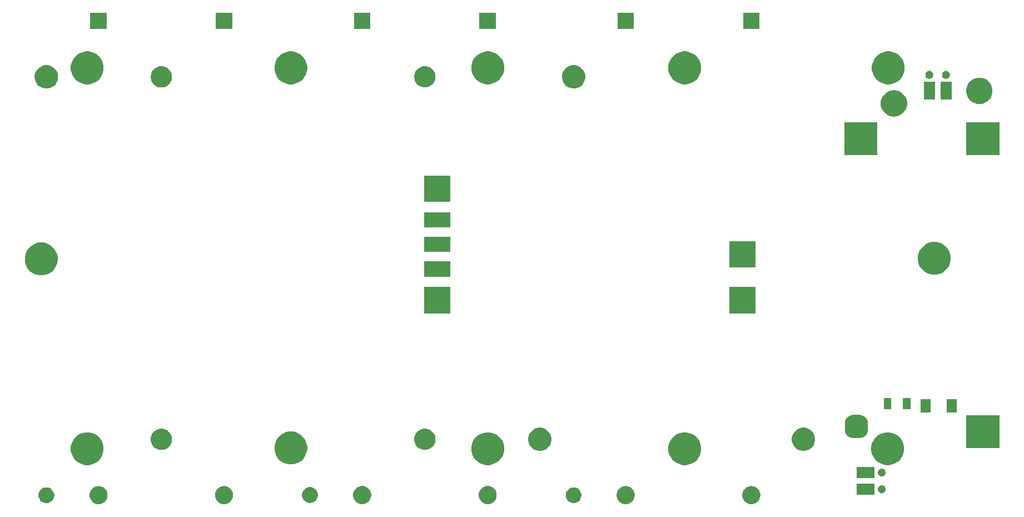
<source format=gbs>
G04 #@! TF.GenerationSoftware,KiCad,Pcbnew,(5.0.2)-1*
G04 #@! TF.CreationDate,2019-04-29T22:25:13-04:00*
G04 #@! TF.ProjectId,2p3s-pwr-pack,32703373-2d70-4777-922d-7061636b2e6b,V1*
G04 #@! TF.SameCoordinates,Original*
G04 #@! TF.FileFunction,Soldermask,Bot*
G04 #@! TF.FilePolarity,Negative*
%FSLAX46Y46*%
G04 Gerber Fmt 4.6, Leading zero omitted, Abs format (unit mm)*
G04 Created by KiCad (PCBNEW (5.0.2)-1) date 4/29/2019 10:25:13 PM*
%MOMM*%
%LPD*%
G01*
G04 APERTURE LIST*
%ADD10C,0.150000*%
G04 APERTURE END LIST*
D10*
G36*
X168063976Y-138327615D02*
X168241076Y-138362842D01*
X168491306Y-138466490D01*
X168716514Y-138616970D01*
X168908032Y-138808488D01*
X169058512Y-139033696D01*
X169162160Y-139283926D01*
X169179281Y-139370000D01*
X169211182Y-139530374D01*
X169215001Y-139549576D01*
X169215001Y-139820426D01*
X169162160Y-140086076D01*
X169058512Y-140336306D01*
X168908032Y-140561514D01*
X168716514Y-140753032D01*
X168491306Y-140903512D01*
X168241076Y-141007160D01*
X168071956Y-141040800D01*
X167975427Y-141060001D01*
X167704575Y-141060001D01*
X167608046Y-141040800D01*
X167438926Y-141007160D01*
X167188696Y-140903512D01*
X166963488Y-140753032D01*
X166771970Y-140561514D01*
X166621490Y-140336306D01*
X166517842Y-140086076D01*
X166465001Y-139820426D01*
X166465001Y-139549576D01*
X166468821Y-139530374D01*
X166500721Y-139370000D01*
X166517842Y-139283926D01*
X166621490Y-139033696D01*
X166771970Y-138808488D01*
X166963488Y-138616970D01*
X167188696Y-138466490D01*
X167438926Y-138362842D01*
X167616026Y-138327615D01*
X167704575Y-138310001D01*
X167975427Y-138310001D01*
X168063976Y-138327615D01*
X168063976Y-138327615D01*
G37*
G36*
X148933976Y-138327615D02*
X149111076Y-138362842D01*
X149361306Y-138466490D01*
X149586514Y-138616970D01*
X149778032Y-138808488D01*
X149928512Y-139033696D01*
X150032160Y-139283926D01*
X150049281Y-139370000D01*
X150081182Y-139530374D01*
X150085001Y-139549576D01*
X150085001Y-139820426D01*
X150032160Y-140086076D01*
X149928512Y-140336306D01*
X149778032Y-140561514D01*
X149586514Y-140753032D01*
X149361306Y-140903512D01*
X149111076Y-141007160D01*
X148941956Y-141040800D01*
X148845427Y-141060001D01*
X148574575Y-141060001D01*
X148478046Y-141040800D01*
X148308926Y-141007160D01*
X148058696Y-140903512D01*
X147833488Y-140753032D01*
X147641970Y-140561514D01*
X147491490Y-140336306D01*
X147387842Y-140086076D01*
X147335001Y-139820426D01*
X147335001Y-139549576D01*
X147338821Y-139530374D01*
X147370721Y-139370000D01*
X147387842Y-139283926D01*
X147491490Y-139033696D01*
X147641970Y-138808488D01*
X147833488Y-138616970D01*
X148058696Y-138466490D01*
X148308926Y-138362842D01*
X148486026Y-138327615D01*
X148574575Y-138310001D01*
X148845427Y-138310001D01*
X148933976Y-138327615D01*
X148933976Y-138327615D01*
G37*
G36*
X87763976Y-138327615D02*
X87941076Y-138362842D01*
X88191306Y-138466490D01*
X88416514Y-138616970D01*
X88608032Y-138808488D01*
X88758512Y-139033696D01*
X88862160Y-139283926D01*
X88879281Y-139370000D01*
X88911182Y-139530374D01*
X88915001Y-139549576D01*
X88915001Y-139820426D01*
X88862160Y-140086076D01*
X88758512Y-140336306D01*
X88608032Y-140561514D01*
X88416514Y-140753032D01*
X88191306Y-140903512D01*
X87941076Y-141007160D01*
X87771956Y-141040800D01*
X87675427Y-141060001D01*
X87404575Y-141060001D01*
X87308046Y-141040800D01*
X87138926Y-141007160D01*
X86888696Y-140903512D01*
X86663488Y-140753032D01*
X86471970Y-140561514D01*
X86321490Y-140336306D01*
X86217842Y-140086076D01*
X86165001Y-139820426D01*
X86165001Y-139549576D01*
X86168821Y-139530374D01*
X86200721Y-139370000D01*
X86217842Y-139283926D01*
X86321490Y-139033696D01*
X86471970Y-138808488D01*
X86663488Y-138616970D01*
X86888696Y-138466490D01*
X87138926Y-138362842D01*
X87316026Y-138327615D01*
X87404575Y-138310001D01*
X87675427Y-138310001D01*
X87763976Y-138327615D01*
X87763976Y-138327615D01*
G37*
G36*
X68633976Y-138327615D02*
X68811076Y-138362842D01*
X69061306Y-138466490D01*
X69286514Y-138616970D01*
X69478032Y-138808488D01*
X69628512Y-139033696D01*
X69732160Y-139283926D01*
X69749281Y-139370000D01*
X69781182Y-139530374D01*
X69785001Y-139549576D01*
X69785001Y-139820426D01*
X69732160Y-140086076D01*
X69628512Y-140336306D01*
X69478032Y-140561514D01*
X69286514Y-140753032D01*
X69061306Y-140903512D01*
X68811076Y-141007160D01*
X68641956Y-141040800D01*
X68545427Y-141060001D01*
X68274575Y-141060001D01*
X68178046Y-141040800D01*
X68008926Y-141007160D01*
X67758696Y-140903512D01*
X67533488Y-140753032D01*
X67341970Y-140561514D01*
X67191490Y-140336306D01*
X67087842Y-140086076D01*
X67035001Y-139820426D01*
X67035001Y-139549576D01*
X67038821Y-139530374D01*
X67070721Y-139370000D01*
X67087842Y-139283926D01*
X67191490Y-139033696D01*
X67341970Y-138808488D01*
X67533488Y-138616970D01*
X67758696Y-138466490D01*
X68008926Y-138362842D01*
X68186026Y-138327615D01*
X68274575Y-138310001D01*
X68545427Y-138310001D01*
X68633976Y-138327615D01*
X68633976Y-138327615D01*
G37*
G36*
X127883135Y-138303950D02*
X128082675Y-138343641D01*
X128332905Y-138447289D01*
X128558113Y-138597769D01*
X128749631Y-138789287D01*
X128900111Y-139014495D01*
X129003759Y-139264725D01*
X129013913Y-139315773D01*
X129056600Y-139530374D01*
X129056600Y-139801226D01*
X129038986Y-139889775D01*
X129003759Y-140066875D01*
X128900111Y-140317105D01*
X128749631Y-140542313D01*
X128558113Y-140733831D01*
X128332905Y-140884311D01*
X128082675Y-140987959D01*
X127905575Y-141023186D01*
X127817026Y-141040800D01*
X127546174Y-141040800D01*
X127457625Y-141023186D01*
X127280525Y-140987959D01*
X127030295Y-140884311D01*
X126805087Y-140733831D01*
X126613569Y-140542313D01*
X126463089Y-140317105D01*
X126359441Y-140066875D01*
X126324214Y-139889775D01*
X126306600Y-139801226D01*
X126306600Y-139530374D01*
X126349287Y-139315773D01*
X126359441Y-139264725D01*
X126463089Y-139014495D01*
X126613569Y-138789287D01*
X126805087Y-138597769D01*
X127030295Y-138447289D01*
X127280525Y-138343641D01*
X127480065Y-138303950D01*
X127546174Y-138290800D01*
X127817026Y-138290800D01*
X127883135Y-138303950D01*
X127883135Y-138303950D01*
G37*
G36*
X108753135Y-138303950D02*
X108952675Y-138343641D01*
X109202905Y-138447289D01*
X109428113Y-138597769D01*
X109619631Y-138789287D01*
X109770111Y-139014495D01*
X109873759Y-139264725D01*
X109883913Y-139315773D01*
X109926600Y-139530374D01*
X109926600Y-139801226D01*
X109908986Y-139889775D01*
X109873759Y-140066875D01*
X109770111Y-140317105D01*
X109619631Y-140542313D01*
X109428113Y-140733831D01*
X109202905Y-140884311D01*
X108952675Y-140987959D01*
X108775575Y-141023186D01*
X108687026Y-141040800D01*
X108416174Y-141040800D01*
X108327625Y-141023186D01*
X108150525Y-140987959D01*
X107900295Y-140884311D01*
X107675087Y-140733831D01*
X107483569Y-140542313D01*
X107333089Y-140317105D01*
X107229441Y-140066875D01*
X107194214Y-139889775D01*
X107176600Y-139801226D01*
X107176600Y-139530374D01*
X107219287Y-139315773D01*
X107229441Y-139264725D01*
X107333089Y-139014495D01*
X107483569Y-138789287D01*
X107675087Y-138597769D01*
X107900295Y-138447289D01*
X108150525Y-138343641D01*
X108350065Y-138303950D01*
X108416174Y-138290800D01*
X108687026Y-138290800D01*
X108753135Y-138303950D01*
X108753135Y-138303950D01*
G37*
G36*
X60670470Y-138500373D02*
X60825030Y-138531117D01*
X61043412Y-138621573D01*
X61174442Y-138709125D01*
X61211220Y-138733699D01*
X61239957Y-138752901D01*
X61407101Y-138920045D01*
X61538429Y-139116590D01*
X61628885Y-139334972D01*
X61659629Y-139489532D01*
X61671182Y-139547610D01*
X61675001Y-139566812D01*
X61675001Y-139803190D01*
X61628885Y-140035030D01*
X61538429Y-140253412D01*
X61483039Y-140336308D01*
X61419932Y-140430755D01*
X61407101Y-140449957D01*
X61239957Y-140617101D01*
X61043412Y-140748429D01*
X60825030Y-140838885D01*
X60670470Y-140869629D01*
X60593191Y-140885001D01*
X60356811Y-140885001D01*
X60279532Y-140869629D01*
X60124972Y-140838885D01*
X59906590Y-140748429D01*
X59710045Y-140617101D01*
X59542901Y-140449957D01*
X59530071Y-140430755D01*
X59466963Y-140336308D01*
X59411573Y-140253412D01*
X59321117Y-140035030D01*
X59275001Y-139803190D01*
X59275001Y-139566812D01*
X59278821Y-139547610D01*
X59290373Y-139489532D01*
X59321117Y-139334972D01*
X59411573Y-139116590D01*
X59542901Y-138920045D01*
X59710045Y-138752901D01*
X59738783Y-138733699D01*
X59775560Y-138709125D01*
X59906590Y-138621573D01*
X60124972Y-138531117D01*
X60279532Y-138500373D01*
X60356811Y-138485001D01*
X60593191Y-138485001D01*
X60670470Y-138500373D01*
X60670470Y-138500373D01*
G37*
G36*
X140970470Y-138500373D02*
X141125030Y-138531117D01*
X141343412Y-138621573D01*
X141474442Y-138709125D01*
X141511220Y-138733699D01*
X141539957Y-138752901D01*
X141707101Y-138920045D01*
X141838429Y-139116590D01*
X141928885Y-139334972D01*
X141959629Y-139489532D01*
X141971182Y-139547610D01*
X141975001Y-139566812D01*
X141975001Y-139803190D01*
X141928885Y-140035030D01*
X141838429Y-140253412D01*
X141783039Y-140336308D01*
X141719932Y-140430755D01*
X141707101Y-140449957D01*
X141539957Y-140617101D01*
X141343412Y-140748429D01*
X141125030Y-140838885D01*
X140970470Y-140869629D01*
X140893191Y-140885001D01*
X140656811Y-140885001D01*
X140579532Y-140869629D01*
X140424972Y-140838885D01*
X140206590Y-140748429D01*
X140010045Y-140617101D01*
X139842901Y-140449957D01*
X139830071Y-140430755D01*
X139766963Y-140336308D01*
X139711573Y-140253412D01*
X139621117Y-140035030D01*
X139575001Y-139803190D01*
X139575001Y-139566812D01*
X139578821Y-139547610D01*
X139590373Y-139489532D01*
X139621117Y-139334972D01*
X139711573Y-139116590D01*
X139842901Y-138920045D01*
X140010045Y-138752901D01*
X140038783Y-138733699D01*
X140075560Y-138709125D01*
X140206590Y-138621573D01*
X140424972Y-138531117D01*
X140579532Y-138500373D01*
X140656811Y-138485001D01*
X140893191Y-138485001D01*
X140970470Y-138500373D01*
X140970470Y-138500373D01*
G37*
G36*
X100812069Y-138481172D02*
X100966629Y-138511916D01*
X101185011Y-138602372D01*
X101316041Y-138689924D01*
X101381555Y-138733699D01*
X101548701Y-138900845D01*
X101578214Y-138945014D01*
X101680028Y-139097389D01*
X101770484Y-139315771D01*
X101776684Y-139346942D01*
X101816600Y-139547610D01*
X101816600Y-139783990D01*
X101809352Y-139820426D01*
X101770484Y-140015829D01*
X101680028Y-140234211D01*
X101592476Y-140365241D01*
X101548701Y-140430755D01*
X101381555Y-140597901D01*
X101316041Y-140641676D01*
X101185011Y-140729228D01*
X100966629Y-140819684D01*
X100870099Y-140838885D01*
X100734790Y-140865800D01*
X100498410Y-140865800D01*
X100363101Y-140838885D01*
X100266571Y-140819684D01*
X100048189Y-140729228D01*
X99917159Y-140641676D01*
X99851645Y-140597901D01*
X99684499Y-140430755D01*
X99640724Y-140365241D01*
X99553172Y-140234211D01*
X99462716Y-140015829D01*
X99423848Y-139820426D01*
X99416600Y-139783990D01*
X99416600Y-139547610D01*
X99456516Y-139346942D01*
X99462716Y-139315771D01*
X99553172Y-139097389D01*
X99654986Y-138945014D01*
X99684499Y-138900845D01*
X99851645Y-138733699D01*
X99917159Y-138689924D01*
X100048189Y-138602372D01*
X100266571Y-138511916D01*
X100421131Y-138481172D01*
X100498410Y-138465800D01*
X100734790Y-138465800D01*
X100812069Y-138481172D01*
X100812069Y-138481172D01*
G37*
G36*
X186600000Y-139620000D02*
X183900000Y-139620000D01*
X183900000Y-137920000D01*
X186600000Y-137920000D01*
X186600000Y-139620000D01*
X186600000Y-139620000D01*
G37*
G36*
X187875015Y-138193058D02*
X187984204Y-138238285D01*
X187984207Y-138238287D01*
X188082478Y-138303950D01*
X188166050Y-138387522D01*
X188218354Y-138465800D01*
X188231715Y-138485796D01*
X188276942Y-138594985D01*
X188300000Y-138710906D01*
X188300000Y-138829094D01*
X188276942Y-138945015D01*
X188231715Y-139054204D01*
X188231713Y-139054207D01*
X188202860Y-139097389D01*
X188166049Y-139152479D01*
X188082479Y-139236049D01*
X187984204Y-139301715D01*
X187875015Y-139346942D01*
X187759095Y-139370000D01*
X187640905Y-139370000D01*
X187524985Y-139346942D01*
X187415796Y-139301715D01*
X187317521Y-139236049D01*
X187233951Y-139152479D01*
X187197141Y-139097389D01*
X187168287Y-139054207D01*
X187168285Y-139054204D01*
X187123058Y-138945015D01*
X187100000Y-138829094D01*
X187100000Y-138710906D01*
X187123058Y-138594985D01*
X187168285Y-138485796D01*
X187181646Y-138465800D01*
X187233950Y-138387522D01*
X187317522Y-138303950D01*
X187415793Y-138238287D01*
X187415796Y-138238285D01*
X187524985Y-138193058D01*
X187640905Y-138170000D01*
X187759095Y-138170000D01*
X187875015Y-138193058D01*
X187875015Y-138193058D01*
G37*
G36*
X186600000Y-137080000D02*
X183900000Y-137080000D01*
X183900000Y-135380000D01*
X186600000Y-135380000D01*
X186600000Y-137080000D01*
X186600000Y-137080000D01*
G37*
G36*
X187875015Y-135653058D02*
X187984204Y-135698285D01*
X188082479Y-135763951D01*
X188166049Y-135847521D01*
X188231715Y-135945796D01*
X188276942Y-136054985D01*
X188300000Y-136170906D01*
X188300000Y-136289094D01*
X188276942Y-136405015D01*
X188231715Y-136514204D01*
X188166049Y-136612479D01*
X188082479Y-136696049D01*
X187984204Y-136761715D01*
X187875015Y-136806942D01*
X187817054Y-136818471D01*
X187759095Y-136830000D01*
X187640905Y-136830000D01*
X187582946Y-136818471D01*
X187524985Y-136806942D01*
X187415796Y-136761715D01*
X187317521Y-136696049D01*
X187233951Y-136612479D01*
X187168285Y-136514204D01*
X187123058Y-136405015D01*
X187100000Y-136289094D01*
X187100000Y-136170906D01*
X187123058Y-136054985D01*
X187168285Y-135945796D01*
X187233951Y-135847521D01*
X187317521Y-135763951D01*
X187415796Y-135698285D01*
X187524985Y-135653058D01*
X187640905Y-135630000D01*
X187759095Y-135630000D01*
X187875015Y-135653058D01*
X187875015Y-135653058D01*
G37*
G36*
X128429225Y-130196074D02*
X128884192Y-130384528D01*
X128884194Y-130384529D01*
X129021298Y-130476139D01*
X129293658Y-130658124D01*
X129641876Y-131006342D01*
X129915472Y-131415808D01*
X130103926Y-131870775D01*
X130200000Y-132353772D01*
X130200000Y-132846228D01*
X130103926Y-133329225D01*
X129915472Y-133784192D01*
X129641876Y-134193658D01*
X129293658Y-134541876D01*
X129033854Y-134715471D01*
X128884194Y-134815471D01*
X128884193Y-134815472D01*
X128884192Y-134815472D01*
X128429225Y-135003926D01*
X127946228Y-135100000D01*
X127453772Y-135100000D01*
X126970775Y-135003926D01*
X126515808Y-134815472D01*
X126515807Y-134815472D01*
X126515806Y-134815471D01*
X126366146Y-134715471D01*
X126106342Y-134541876D01*
X125758124Y-134193658D01*
X125484528Y-133784192D01*
X125296074Y-133329225D01*
X125200000Y-132846228D01*
X125200000Y-132353772D01*
X125296074Y-131870775D01*
X125484528Y-131415808D01*
X125758124Y-131006342D01*
X126106342Y-130658124D01*
X126378702Y-130476139D01*
X126515806Y-130384529D01*
X126515808Y-130384528D01*
X126970775Y-130196074D01*
X127453772Y-130100000D01*
X127946228Y-130100000D01*
X128429225Y-130196074D01*
X128429225Y-130196074D01*
G37*
G36*
X67429225Y-130196074D02*
X67884192Y-130384528D01*
X67884194Y-130384529D01*
X68021298Y-130476139D01*
X68293658Y-130658124D01*
X68641876Y-131006342D01*
X68915472Y-131415808D01*
X69103926Y-131870775D01*
X69200000Y-132353772D01*
X69200000Y-132846228D01*
X69103926Y-133329225D01*
X68915472Y-133784192D01*
X68641876Y-134193658D01*
X68293658Y-134541876D01*
X68033854Y-134715471D01*
X67884194Y-134815471D01*
X67884193Y-134815472D01*
X67884192Y-134815472D01*
X67429225Y-135003926D01*
X66946228Y-135100000D01*
X66453772Y-135100000D01*
X65970775Y-135003926D01*
X65515808Y-134815472D01*
X65515807Y-134815472D01*
X65515806Y-134815471D01*
X65366146Y-134715471D01*
X65106342Y-134541876D01*
X64758124Y-134193658D01*
X64484528Y-133784192D01*
X64296074Y-133329225D01*
X64200000Y-132846228D01*
X64200000Y-132353772D01*
X64296074Y-131870775D01*
X64484528Y-131415808D01*
X64758124Y-131006342D01*
X65106342Y-130658124D01*
X65378702Y-130476139D01*
X65515806Y-130384529D01*
X65515808Y-130384528D01*
X65970775Y-130196074D01*
X66453772Y-130100000D01*
X66946228Y-130100000D01*
X67429225Y-130196074D01*
X67429225Y-130196074D01*
G37*
G36*
X158429225Y-130196074D02*
X158884192Y-130384528D01*
X158884194Y-130384529D01*
X159021298Y-130476139D01*
X159293658Y-130658124D01*
X159641876Y-131006342D01*
X159915472Y-131415808D01*
X160103926Y-131870775D01*
X160200000Y-132353772D01*
X160200000Y-132846228D01*
X160103926Y-133329225D01*
X159915472Y-133784192D01*
X159641876Y-134193658D01*
X159293658Y-134541876D01*
X159033854Y-134715471D01*
X158884194Y-134815471D01*
X158884193Y-134815472D01*
X158884192Y-134815472D01*
X158429225Y-135003926D01*
X157946228Y-135100000D01*
X157453772Y-135100000D01*
X156970775Y-135003926D01*
X156515808Y-134815472D01*
X156515807Y-134815472D01*
X156515806Y-134815471D01*
X156366146Y-134715471D01*
X156106342Y-134541876D01*
X155758124Y-134193658D01*
X155484528Y-133784192D01*
X155296074Y-133329225D01*
X155200000Y-132846228D01*
X155200000Y-132353772D01*
X155296074Y-131870775D01*
X155484528Y-131415808D01*
X155758124Y-131006342D01*
X156106342Y-130658124D01*
X156378702Y-130476139D01*
X156515806Y-130384529D01*
X156515808Y-130384528D01*
X156970775Y-130196074D01*
X157453772Y-130100000D01*
X157946228Y-130100000D01*
X158429225Y-130196074D01*
X158429225Y-130196074D01*
G37*
G36*
X189329225Y-130196074D02*
X189784192Y-130384528D01*
X189784194Y-130384529D01*
X189921298Y-130476139D01*
X190193658Y-130658124D01*
X190541876Y-131006342D01*
X190815472Y-131415808D01*
X191003926Y-131870775D01*
X191100000Y-132353772D01*
X191100000Y-132846228D01*
X191003926Y-133329225D01*
X190815472Y-133784192D01*
X190541876Y-134193658D01*
X190193658Y-134541876D01*
X189933854Y-134715471D01*
X189784194Y-134815471D01*
X189784193Y-134815472D01*
X189784192Y-134815472D01*
X189329225Y-135003926D01*
X188846228Y-135100000D01*
X188353772Y-135100000D01*
X187870775Y-135003926D01*
X187415808Y-134815472D01*
X187415807Y-134815472D01*
X187415806Y-134815471D01*
X187266146Y-134715471D01*
X187006342Y-134541876D01*
X186658124Y-134193658D01*
X186384528Y-133784192D01*
X186196074Y-133329225D01*
X186100000Y-132846228D01*
X186100000Y-132353772D01*
X186196074Y-131870775D01*
X186384528Y-131415808D01*
X186658124Y-131006342D01*
X187006342Y-130658124D01*
X187278702Y-130476139D01*
X187415806Y-130384529D01*
X187415808Y-130384528D01*
X187870775Y-130196074D01*
X188353772Y-130100000D01*
X188846228Y-130100000D01*
X189329225Y-130196074D01*
X189329225Y-130196074D01*
G37*
G36*
X98429225Y-130096074D02*
X98884192Y-130284528D01*
X98884194Y-130284529D01*
X99021298Y-130376139D01*
X99293658Y-130558124D01*
X99641876Y-130906342D01*
X99823861Y-131178702D01*
X99915170Y-131315355D01*
X99915472Y-131315808D01*
X100103926Y-131770775D01*
X100200000Y-132253772D01*
X100200000Y-132746228D01*
X100103926Y-133229225D01*
X99915472Y-133684192D01*
X99641876Y-134093658D01*
X99293658Y-134441876D01*
X99143997Y-134541876D01*
X98884194Y-134715471D01*
X98884193Y-134715472D01*
X98884192Y-134715472D01*
X98429225Y-134903926D01*
X97946228Y-135000000D01*
X97453772Y-135000000D01*
X96970775Y-134903926D01*
X96515808Y-134715472D01*
X96515807Y-134715472D01*
X96515806Y-134715471D01*
X96256003Y-134541876D01*
X96106342Y-134441876D01*
X95758124Y-134093658D01*
X95484528Y-133684192D01*
X95296074Y-133229225D01*
X95200000Y-132746228D01*
X95200000Y-132253772D01*
X95296074Y-131770775D01*
X95484528Y-131315808D01*
X95484831Y-131315355D01*
X95576139Y-131178702D01*
X95758124Y-130906342D01*
X96106342Y-130558124D01*
X96378702Y-130376139D01*
X96515806Y-130284529D01*
X96515808Y-130284528D01*
X96970775Y-130096074D01*
X97453772Y-130000000D01*
X97946228Y-130000000D01*
X98429225Y-130096074D01*
X98429225Y-130096074D01*
G37*
G36*
X176292751Y-129468214D02*
X176615776Y-129602015D01*
X176615779Y-129602017D01*
X176906497Y-129796269D01*
X177153733Y-130043505D01*
X177267111Y-130213187D01*
X177347987Y-130334226D01*
X177481788Y-130657251D01*
X177550001Y-131000179D01*
X177550001Y-131349823D01*
X177481788Y-131692751D01*
X177347987Y-132015776D01*
X177347985Y-132015779D01*
X177153733Y-132306497D01*
X176906497Y-132553733D01*
X176821349Y-132610627D01*
X176615776Y-132747987D01*
X176292751Y-132881788D01*
X175949823Y-132950001D01*
X175600179Y-132950001D01*
X175257251Y-132881788D01*
X174934226Y-132747987D01*
X174728653Y-132610627D01*
X174643505Y-132553733D01*
X174396269Y-132306497D01*
X174202017Y-132015779D01*
X174202015Y-132015776D01*
X174068214Y-131692751D01*
X174000001Y-131349823D01*
X174000001Y-131000179D01*
X174068214Y-130657251D01*
X174202015Y-130334226D01*
X174282891Y-130213187D01*
X174396269Y-130043505D01*
X174643505Y-129796269D01*
X174934223Y-129602017D01*
X174934226Y-129602015D01*
X175257251Y-129468214D01*
X175600179Y-129400001D01*
X175949823Y-129400001D01*
X176292751Y-129468214D01*
X176292751Y-129468214D01*
G37*
G36*
X136134350Y-129449013D02*
X136457375Y-129582814D01*
X136457378Y-129582816D01*
X136748096Y-129777068D01*
X136995332Y-130024304D01*
X137169209Y-130284529D01*
X137189586Y-130315025D01*
X137323387Y-130638050D01*
X137391600Y-130980978D01*
X137391600Y-131330622D01*
X137323387Y-131673550D01*
X137189586Y-131996575D01*
X137189584Y-131996578D01*
X136995332Y-132287296D01*
X136748096Y-132534532D01*
X136634212Y-132610627D01*
X136457375Y-132728786D01*
X136134350Y-132862587D01*
X135791422Y-132930800D01*
X135441778Y-132930800D01*
X135098850Y-132862587D01*
X134775825Y-132728786D01*
X134598988Y-132610627D01*
X134485104Y-132534532D01*
X134237868Y-132287296D01*
X134043616Y-131996578D01*
X134043614Y-131996575D01*
X133909813Y-131673550D01*
X133841600Y-131330622D01*
X133841600Y-130980978D01*
X133909813Y-130638050D01*
X134043614Y-130315025D01*
X134063991Y-130284529D01*
X134237868Y-130024304D01*
X134485104Y-129777068D01*
X134775822Y-129582816D01*
X134775825Y-129582814D01*
X135098850Y-129449013D01*
X135441778Y-129380800D01*
X135791422Y-129380800D01*
X136134350Y-129449013D01*
X136134350Y-129449013D01*
G37*
G36*
X78238884Y-129575753D02*
X78447539Y-129617257D01*
X78675568Y-129711710D01*
X78742359Y-129739376D01*
X78941133Y-129872193D01*
X79007692Y-129916666D01*
X79233336Y-130142310D01*
X79233337Y-130142312D01*
X79410626Y-130407643D01*
X79410627Y-130407646D01*
X79532745Y-130702463D01*
X79567294Y-130876152D01*
X79591182Y-130996244D01*
X79595001Y-131015446D01*
X79595001Y-131334556D01*
X79532745Y-131647539D01*
X79440277Y-131870775D01*
X79410626Y-131942359D01*
X79361570Y-132015776D01*
X79233336Y-132207692D01*
X79007692Y-132433336D01*
X78941133Y-132477809D01*
X78742359Y-132610626D01*
X78675568Y-132638292D01*
X78447539Y-132732745D01*
X78238884Y-132774249D01*
X78134557Y-132795001D01*
X77815445Y-132795001D01*
X77711118Y-132774249D01*
X77502463Y-132732745D01*
X77274434Y-132638292D01*
X77207643Y-132610626D01*
X77008869Y-132477809D01*
X76942310Y-132433336D01*
X76716666Y-132207692D01*
X76588432Y-132015776D01*
X76539376Y-131942359D01*
X76509725Y-131870775D01*
X76417257Y-131647539D01*
X76355001Y-131334556D01*
X76355001Y-131015446D01*
X76358821Y-130996244D01*
X76382708Y-130876152D01*
X76417257Y-130702463D01*
X76539375Y-130407646D01*
X76539376Y-130407643D01*
X76716665Y-130142312D01*
X76716666Y-130142310D01*
X76942310Y-129916666D01*
X77008869Y-129872193D01*
X77207643Y-129739376D01*
X77274434Y-129711710D01*
X77502463Y-129617257D01*
X77711118Y-129575753D01*
X77815445Y-129555001D01*
X78134557Y-129555001D01*
X78238884Y-129575753D01*
X78238884Y-129575753D01*
G37*
G36*
X118372685Y-129555001D02*
X118589138Y-129598056D01*
X118817167Y-129692509D01*
X118883958Y-129720175D01*
X119082732Y-129852992D01*
X119149291Y-129897465D01*
X119374935Y-130123109D01*
X119387766Y-130142312D01*
X119552225Y-130388442D01*
X119579891Y-130455233D01*
X119674344Y-130683262D01*
X119690195Y-130762950D01*
X119736600Y-130996244D01*
X119736600Y-131315356D01*
X119729744Y-131349823D01*
X119674344Y-131628338D01*
X119615344Y-131770775D01*
X119552225Y-131923158D01*
X119503169Y-131996575D01*
X119374935Y-132188491D01*
X119149291Y-132414135D01*
X119120553Y-132433337D01*
X118883958Y-132591425D01*
X118837600Y-132610627D01*
X118589138Y-132713544D01*
X118380483Y-132755048D01*
X118276156Y-132775800D01*
X117957044Y-132775800D01*
X117852717Y-132755048D01*
X117644062Y-132713544D01*
X117395600Y-132610627D01*
X117349242Y-132591425D01*
X117112647Y-132433337D01*
X117083909Y-132414135D01*
X116858265Y-132188491D01*
X116730031Y-131996575D01*
X116680975Y-131923158D01*
X116617856Y-131770775D01*
X116558856Y-131628338D01*
X116503456Y-131349823D01*
X116496600Y-131315356D01*
X116496600Y-130996244D01*
X116543005Y-130762950D01*
X116558856Y-130683262D01*
X116653309Y-130455233D01*
X116680975Y-130388442D01*
X116845434Y-130142312D01*
X116858265Y-130123109D01*
X117083909Y-129897465D01*
X117150468Y-129852992D01*
X117349242Y-129720175D01*
X117416033Y-129692509D01*
X117644062Y-129598056D01*
X117860515Y-129555001D01*
X117957044Y-129535800D01*
X118276156Y-129535800D01*
X118372685Y-129555001D01*
X118372685Y-129555001D01*
G37*
G36*
X205600000Y-132500000D02*
X200600000Y-132500000D01*
X200600000Y-127500000D01*
X205600000Y-127500000D01*
X205600000Y-132500000D01*
X205600000Y-132500000D01*
G37*
G36*
X184625001Y-127492885D02*
X184851900Y-127561714D01*
X185061012Y-127673487D01*
X185244296Y-127823904D01*
X185394713Y-128007188D01*
X185506486Y-128216300D01*
X185575315Y-128443199D01*
X185598800Y-128681651D01*
X185598800Y-129757149D01*
X185575315Y-129995601D01*
X185506486Y-130222500D01*
X185394713Y-130431612D01*
X185244296Y-130614896D01*
X185061012Y-130765313D01*
X184851900Y-130877086D01*
X184625001Y-130945915D01*
X184386549Y-130969400D01*
X183311051Y-130969400D01*
X183072599Y-130945915D01*
X182845700Y-130877086D01*
X182636588Y-130765313D01*
X182453304Y-130614896D01*
X182302887Y-130431612D01*
X182191114Y-130222500D01*
X182122285Y-129995601D01*
X182098800Y-129757149D01*
X182098800Y-128681651D01*
X182122285Y-128443199D01*
X182191114Y-128216300D01*
X182302887Y-128007188D01*
X182453304Y-127823904D01*
X182636588Y-127673487D01*
X182845700Y-127561714D01*
X183072599Y-127492885D01*
X183311051Y-127469400D01*
X184386549Y-127469400D01*
X184625001Y-127492885D01*
X184625001Y-127492885D01*
G37*
G36*
X195142100Y-127098300D02*
X193618100Y-127098300D01*
X193618100Y-125098300D01*
X195142100Y-125098300D01*
X195142100Y-127098300D01*
X195142100Y-127098300D01*
G37*
G36*
X199142100Y-127098300D02*
X197618100Y-127098300D01*
X197618100Y-125098300D01*
X199142100Y-125098300D01*
X199142100Y-127098300D01*
X199142100Y-127098300D01*
G37*
G36*
X189170000Y-126580000D02*
X188020000Y-126580000D01*
X188020000Y-124880000D01*
X189170000Y-124880000D01*
X189170000Y-126580000D01*
X189170000Y-126580000D01*
G37*
G36*
X192070000Y-126580000D02*
X190920000Y-126580000D01*
X190920000Y-124880000D01*
X192070000Y-124880000D01*
X192070000Y-126580000D01*
X192070000Y-126580000D01*
G37*
G36*
X122000000Y-112000000D02*
X118000000Y-112000000D01*
X118000000Y-108000000D01*
X122000000Y-108000000D01*
X122000000Y-112000000D01*
X122000000Y-112000000D01*
G37*
G36*
X168500000Y-112000000D02*
X164500000Y-112000000D01*
X164500000Y-108000000D01*
X168500000Y-108000000D01*
X168500000Y-112000000D01*
X168500000Y-112000000D01*
G37*
G36*
X122000000Y-106400000D02*
X118000000Y-106400000D01*
X118000000Y-104100000D01*
X122000000Y-104100000D01*
X122000000Y-106400000D01*
X122000000Y-106400000D01*
G37*
G36*
X60429225Y-101296074D02*
X60884192Y-101484528D01*
X60884194Y-101484529D01*
X61021298Y-101576139D01*
X61293658Y-101758124D01*
X61641876Y-102106342D01*
X61915472Y-102515808D01*
X62103926Y-102970775D01*
X62200000Y-103453772D01*
X62200000Y-103946228D01*
X62103926Y-104429225D01*
X61915472Y-104884192D01*
X61641876Y-105293658D01*
X61293658Y-105641876D01*
X61033854Y-105815471D01*
X60884194Y-105915471D01*
X60884193Y-105915472D01*
X60884192Y-105915472D01*
X60429225Y-106103926D01*
X59946228Y-106200000D01*
X59453772Y-106200000D01*
X58970775Y-106103926D01*
X58515808Y-105915472D01*
X58515807Y-105915472D01*
X58515806Y-105915471D01*
X58366146Y-105815471D01*
X58106342Y-105641876D01*
X57758124Y-105293658D01*
X57484528Y-104884192D01*
X57296074Y-104429225D01*
X57200000Y-103946228D01*
X57200000Y-103453772D01*
X57296074Y-102970775D01*
X57484528Y-102515808D01*
X57758124Y-102106342D01*
X58106342Y-101758124D01*
X58378702Y-101576139D01*
X58515806Y-101484529D01*
X58515808Y-101484528D01*
X58970775Y-101296074D01*
X59453772Y-101200000D01*
X59946228Y-101200000D01*
X60429225Y-101296074D01*
X60429225Y-101296074D01*
G37*
G36*
X196429225Y-101196074D02*
X196884192Y-101384528D01*
X196884194Y-101384529D01*
X197021298Y-101476139D01*
X197293658Y-101658124D01*
X197641876Y-102006342D01*
X197915472Y-102415808D01*
X198103926Y-102870775D01*
X198200000Y-103353772D01*
X198200000Y-103846228D01*
X198103926Y-104329225D01*
X197915472Y-104784192D01*
X197641876Y-105193658D01*
X197293658Y-105541876D01*
X197143997Y-105641876D01*
X196884194Y-105815471D01*
X196884193Y-105815472D01*
X196884192Y-105815472D01*
X196429225Y-106003926D01*
X195946228Y-106100000D01*
X195453772Y-106100000D01*
X194970775Y-106003926D01*
X194515808Y-105815472D01*
X194515807Y-105815472D01*
X194515806Y-105815471D01*
X194256003Y-105641876D01*
X194106342Y-105541876D01*
X193758124Y-105193658D01*
X193484528Y-104784192D01*
X193296074Y-104329225D01*
X193200000Y-103846228D01*
X193200000Y-103353772D01*
X193296074Y-102870775D01*
X193484528Y-102415808D01*
X193758124Y-102006342D01*
X194106342Y-101658124D01*
X194378702Y-101476139D01*
X194515806Y-101384529D01*
X194515808Y-101384528D01*
X194970775Y-101196074D01*
X195453772Y-101100000D01*
X195946228Y-101100000D01*
X196429225Y-101196074D01*
X196429225Y-101196074D01*
G37*
G36*
X168500000Y-105000000D02*
X164500000Y-105000000D01*
X164500000Y-101000000D01*
X168500000Y-101000000D01*
X168500000Y-105000000D01*
X168500000Y-105000000D01*
G37*
G36*
X122000000Y-102650000D02*
X118000000Y-102650000D01*
X118000000Y-100350000D01*
X122000000Y-100350000D01*
X122000000Y-102650000D01*
X122000000Y-102650000D01*
G37*
G36*
X122000000Y-98900000D02*
X118000000Y-98900000D01*
X118000000Y-96600000D01*
X122000000Y-96600000D01*
X122000000Y-98900000D01*
X122000000Y-98900000D01*
G37*
G36*
X122000000Y-95000000D02*
X118000000Y-95000000D01*
X118000000Y-91000000D01*
X122000000Y-91000000D01*
X122000000Y-95000000D01*
X122000000Y-95000000D01*
G37*
G36*
X187000000Y-87900000D02*
X182000000Y-87900000D01*
X182000000Y-82900000D01*
X187000000Y-82900000D01*
X187000000Y-87900000D01*
X187000000Y-87900000D01*
G37*
G36*
X205600000Y-87900000D02*
X200600000Y-87900000D01*
X200600000Y-82900000D01*
X205600000Y-82900000D01*
X205600000Y-87900000D01*
X205600000Y-87900000D01*
G37*
G36*
X189885981Y-78035620D02*
X190143580Y-78086859D01*
X190507553Y-78237622D01*
X190507555Y-78237623D01*
X190835126Y-78456499D01*
X191113700Y-78735073D01*
X191332578Y-79062647D01*
X191483341Y-79426620D01*
X191560200Y-79813018D01*
X191560200Y-80206982D01*
X191483341Y-80593380D01*
X191332578Y-80957353D01*
X191332577Y-80957355D01*
X191113701Y-81284926D01*
X190835126Y-81563501D01*
X190507555Y-81782377D01*
X190507554Y-81782378D01*
X190507553Y-81782378D01*
X190143580Y-81933141D01*
X189885981Y-81984380D01*
X189757183Y-82010000D01*
X189363217Y-82010000D01*
X189234419Y-81984380D01*
X188976820Y-81933141D01*
X188612847Y-81782378D01*
X188612846Y-81782378D01*
X188612845Y-81782377D01*
X188285274Y-81563501D01*
X188006699Y-81284926D01*
X187787823Y-80957355D01*
X187787822Y-80957353D01*
X187637059Y-80593380D01*
X187560200Y-80206982D01*
X187560200Y-79813018D01*
X187637059Y-79426620D01*
X187787822Y-79062647D01*
X188006700Y-78735073D01*
X188285274Y-78456499D01*
X188612845Y-78237623D01*
X188612847Y-78237622D01*
X188976820Y-78086859D01*
X189234419Y-78035620D01*
X189363217Y-78010000D01*
X189757183Y-78010000D01*
X189885981Y-78035620D01*
X189885981Y-78035620D01*
G37*
G36*
X202890781Y-76130620D02*
X203148380Y-76181859D01*
X203512353Y-76332622D01*
X203512355Y-76332623D01*
X203839926Y-76551499D01*
X204118501Y-76830074D01*
X204303202Y-77106498D01*
X204337378Y-77157647D01*
X204488141Y-77521620D01*
X204565000Y-77908018D01*
X204565000Y-78301982D01*
X204488141Y-78688380D01*
X204337378Y-79052353D01*
X204337377Y-79052355D01*
X204118501Y-79379926D01*
X203839926Y-79658501D01*
X203512355Y-79877377D01*
X203512354Y-79877378D01*
X203512353Y-79877378D01*
X203148380Y-80028141D01*
X202890781Y-80079380D01*
X202761983Y-80105000D01*
X202368017Y-80105000D01*
X202239219Y-80079380D01*
X201981620Y-80028141D01*
X201617647Y-79877378D01*
X201617646Y-79877378D01*
X201617645Y-79877377D01*
X201290074Y-79658501D01*
X201011499Y-79379926D01*
X200792623Y-79052355D01*
X200792622Y-79052353D01*
X200641859Y-78688380D01*
X200565000Y-78301982D01*
X200565000Y-77908018D01*
X200641859Y-77521620D01*
X200792622Y-77157647D01*
X200826799Y-77106498D01*
X201011499Y-76830074D01*
X201290074Y-76551499D01*
X201617645Y-76332623D01*
X201617647Y-76332622D01*
X201981620Y-76181859D01*
X202239219Y-76130620D01*
X202368017Y-76105000D01*
X202761983Y-76105000D01*
X202890781Y-76130620D01*
X202890781Y-76130620D01*
G37*
G36*
X195795000Y-79455000D02*
X194095000Y-79455000D01*
X194095000Y-76755000D01*
X195795000Y-76755000D01*
X195795000Y-79455000D01*
X195795000Y-79455000D01*
G37*
G36*
X198335000Y-79455000D02*
X196635000Y-79455000D01*
X196635000Y-76755000D01*
X198335000Y-76755000D01*
X198335000Y-79455000D01*
X198335000Y-79455000D01*
G37*
G36*
X60992751Y-74268214D02*
X61315776Y-74402015D01*
X61315779Y-74402017D01*
X61606497Y-74596269D01*
X61853733Y-74843505D01*
X61919754Y-74942312D01*
X62047987Y-75134226D01*
X62181788Y-75457251D01*
X62250001Y-75800179D01*
X62250001Y-76149823D01*
X62181788Y-76492751D01*
X62047987Y-76815776D01*
X62047985Y-76815779D01*
X61853733Y-77106497D01*
X61606497Y-77353733D01*
X61521349Y-77410627D01*
X61315776Y-77547987D01*
X60992751Y-77681788D01*
X60649823Y-77750001D01*
X60300179Y-77750001D01*
X59957251Y-77681788D01*
X59634226Y-77547987D01*
X59428653Y-77410627D01*
X59343505Y-77353733D01*
X59096269Y-77106497D01*
X58902017Y-76815779D01*
X58902015Y-76815776D01*
X58768214Y-76492751D01*
X58700001Y-76149823D01*
X58700001Y-75800179D01*
X58768214Y-75457251D01*
X58902015Y-75134226D01*
X59030248Y-74942312D01*
X59096269Y-74843505D01*
X59343505Y-74596269D01*
X59634223Y-74402017D01*
X59634226Y-74402015D01*
X59957251Y-74268214D01*
X60300179Y-74200001D01*
X60649823Y-74200001D01*
X60992751Y-74268214D01*
X60992751Y-74268214D01*
G37*
G36*
X141292751Y-74268214D02*
X141615776Y-74402015D01*
X141615779Y-74402017D01*
X141906497Y-74596269D01*
X142153733Y-74843505D01*
X142219754Y-74942312D01*
X142347987Y-75134226D01*
X142481788Y-75457251D01*
X142550001Y-75800179D01*
X142550001Y-76149823D01*
X142481788Y-76492751D01*
X142347987Y-76815776D01*
X142347985Y-76815779D01*
X142153733Y-77106497D01*
X141906497Y-77353733D01*
X141821349Y-77410627D01*
X141615776Y-77547987D01*
X141292751Y-77681788D01*
X140949823Y-77750001D01*
X140600179Y-77750001D01*
X140257251Y-77681788D01*
X139934226Y-77547987D01*
X139728653Y-77410627D01*
X139643505Y-77353733D01*
X139396269Y-77106497D01*
X139202017Y-76815779D01*
X139202015Y-76815776D01*
X139068214Y-76492751D01*
X139000001Y-76149823D01*
X139000001Y-75800179D01*
X139068214Y-75457251D01*
X139202015Y-75134226D01*
X139330248Y-74942312D01*
X139396269Y-74843505D01*
X139643505Y-74596269D01*
X139934223Y-74402017D01*
X139934226Y-74402015D01*
X140257251Y-74268214D01*
X140600179Y-74200001D01*
X140949823Y-74200001D01*
X141292751Y-74268214D01*
X141292751Y-74268214D01*
G37*
G36*
X78238884Y-74375753D02*
X78447539Y-74417257D01*
X78675568Y-74511710D01*
X78742359Y-74539376D01*
X78941133Y-74672193D01*
X79007692Y-74716666D01*
X79233336Y-74942310D01*
X79233337Y-74942312D01*
X79410626Y-75207643D01*
X79410627Y-75207646D01*
X79532745Y-75502463D01*
X79551332Y-75595906D01*
X79591182Y-75796244D01*
X79595001Y-75815446D01*
X79595001Y-76134556D01*
X79532745Y-76447539D01*
X79438292Y-76675568D01*
X79410626Y-76742359D01*
X79277809Y-76941133D01*
X79233336Y-77007692D01*
X79007692Y-77233336D01*
X78941133Y-77277809D01*
X78742359Y-77410626D01*
X78675568Y-77438292D01*
X78447539Y-77532745D01*
X78238884Y-77574249D01*
X78134557Y-77595001D01*
X77815445Y-77595001D01*
X77711118Y-77574249D01*
X77502463Y-77532745D01*
X77274434Y-77438292D01*
X77207643Y-77410626D01*
X77008869Y-77277809D01*
X76942310Y-77233336D01*
X76716666Y-77007692D01*
X76672193Y-76941133D01*
X76539376Y-76742359D01*
X76511710Y-76675568D01*
X76417257Y-76447539D01*
X76355001Y-76134556D01*
X76355001Y-75815446D01*
X76358821Y-75796244D01*
X76398670Y-75595906D01*
X76417257Y-75502463D01*
X76539375Y-75207646D01*
X76539376Y-75207643D01*
X76716665Y-74942312D01*
X76716666Y-74942310D01*
X76942310Y-74716666D01*
X77008869Y-74672193D01*
X77207643Y-74539376D01*
X77274434Y-74511710D01*
X77502463Y-74417257D01*
X77711118Y-74375753D01*
X77815445Y-74355001D01*
X78134557Y-74355001D01*
X78238884Y-74375753D01*
X78238884Y-74375753D01*
G37*
G36*
X118366507Y-74353772D02*
X118589138Y-74398056D01*
X118817167Y-74492509D01*
X118883958Y-74520175D01*
X119082732Y-74652992D01*
X119149291Y-74697465D01*
X119374935Y-74923109D01*
X119387766Y-74942312D01*
X119552225Y-75188442D01*
X119579891Y-75255233D01*
X119674344Y-75483262D01*
X119696750Y-75595905D01*
X119736600Y-75796244D01*
X119736600Y-76115356D01*
X119729744Y-76149823D01*
X119674344Y-76428338D01*
X119623328Y-76551500D01*
X119552225Y-76723158D01*
X119419408Y-76921932D01*
X119374935Y-76988491D01*
X119149291Y-77214135D01*
X119120553Y-77233337D01*
X118883958Y-77391425D01*
X118837600Y-77410627D01*
X118589138Y-77513544D01*
X118380483Y-77555048D01*
X118276156Y-77575800D01*
X117957044Y-77575800D01*
X117852717Y-77555048D01*
X117644062Y-77513544D01*
X117395600Y-77410627D01*
X117349242Y-77391425D01*
X117112647Y-77233337D01*
X117083909Y-77214135D01*
X116858265Y-76988491D01*
X116813792Y-76921932D01*
X116680975Y-76723158D01*
X116609872Y-76551500D01*
X116558856Y-76428338D01*
X116503456Y-76149823D01*
X116496600Y-76115356D01*
X116496600Y-75796244D01*
X116536450Y-75595905D01*
X116558856Y-75483262D01*
X116653309Y-75255233D01*
X116680975Y-75188442D01*
X116845434Y-74942312D01*
X116858265Y-74923109D01*
X117083909Y-74697465D01*
X117150468Y-74652992D01*
X117349242Y-74520175D01*
X117416033Y-74492509D01*
X117644062Y-74398056D01*
X117866693Y-74353772D01*
X117957044Y-74335800D01*
X118276156Y-74335800D01*
X118366507Y-74353772D01*
X118366507Y-74353772D01*
G37*
G36*
X158429225Y-72196074D02*
X158884192Y-72384528D01*
X158884194Y-72384529D01*
X159021298Y-72476139D01*
X159293658Y-72658124D01*
X159641876Y-73006342D01*
X159915472Y-73415808D01*
X160103926Y-73870775D01*
X160200000Y-74353772D01*
X160200000Y-74846228D01*
X160103926Y-75329225D01*
X159944507Y-75714095D01*
X159915471Y-75784194D01*
X159894589Y-75815446D01*
X159641876Y-76193658D01*
X159293658Y-76541876D01*
X159022354Y-76723155D01*
X158884194Y-76815471D01*
X158884193Y-76815472D01*
X158884192Y-76815472D01*
X158429225Y-77003926D01*
X157946228Y-77100000D01*
X157453772Y-77100000D01*
X156970775Y-77003926D01*
X156515808Y-76815472D01*
X156515807Y-76815472D01*
X156515806Y-76815471D01*
X156377646Y-76723155D01*
X156106342Y-76541876D01*
X155758124Y-76193658D01*
X155505411Y-75815446D01*
X155484529Y-75784194D01*
X155455493Y-75714095D01*
X155296074Y-75329225D01*
X155200000Y-74846228D01*
X155200000Y-74353772D01*
X155296074Y-73870775D01*
X155484528Y-73415808D01*
X155758124Y-73006342D01*
X156106342Y-72658124D01*
X156378702Y-72476139D01*
X156515806Y-72384529D01*
X156515808Y-72384528D01*
X156970775Y-72196074D01*
X157453772Y-72100000D01*
X157946228Y-72100000D01*
X158429225Y-72196074D01*
X158429225Y-72196074D01*
G37*
G36*
X128429225Y-72196074D02*
X128884192Y-72384528D01*
X128884194Y-72384529D01*
X129021298Y-72476139D01*
X129293658Y-72658124D01*
X129641876Y-73006342D01*
X129915472Y-73415808D01*
X130103926Y-73870775D01*
X130200000Y-74353772D01*
X130200000Y-74846228D01*
X130103926Y-75329225D01*
X129944507Y-75714095D01*
X129915471Y-75784194D01*
X129894589Y-75815446D01*
X129641876Y-76193658D01*
X129293658Y-76541876D01*
X129022354Y-76723155D01*
X128884194Y-76815471D01*
X128884193Y-76815472D01*
X128884192Y-76815472D01*
X128429225Y-77003926D01*
X127946228Y-77100000D01*
X127453772Y-77100000D01*
X126970775Y-77003926D01*
X126515808Y-76815472D01*
X126515807Y-76815472D01*
X126515806Y-76815471D01*
X126377646Y-76723155D01*
X126106342Y-76541876D01*
X125758124Y-76193658D01*
X125505411Y-75815446D01*
X125484529Y-75784194D01*
X125455493Y-75714095D01*
X125296074Y-75329225D01*
X125200000Y-74846228D01*
X125200000Y-74353772D01*
X125296074Y-73870775D01*
X125484528Y-73415808D01*
X125758124Y-73006342D01*
X126106342Y-72658124D01*
X126378702Y-72476139D01*
X126515806Y-72384529D01*
X126515808Y-72384528D01*
X126970775Y-72196074D01*
X127453772Y-72100000D01*
X127946228Y-72100000D01*
X128429225Y-72196074D01*
X128429225Y-72196074D01*
G37*
G36*
X98429225Y-72196074D02*
X98884192Y-72384528D01*
X98884194Y-72384529D01*
X99021298Y-72476139D01*
X99293658Y-72658124D01*
X99641876Y-73006342D01*
X99915472Y-73415808D01*
X100103926Y-73870775D01*
X100200000Y-74353772D01*
X100200000Y-74846228D01*
X100103926Y-75329225D01*
X99944507Y-75714095D01*
X99915471Y-75784194D01*
X99894589Y-75815446D01*
X99641876Y-76193658D01*
X99293658Y-76541876D01*
X99022354Y-76723155D01*
X98884194Y-76815471D01*
X98884193Y-76815472D01*
X98884192Y-76815472D01*
X98429225Y-77003926D01*
X97946228Y-77100000D01*
X97453772Y-77100000D01*
X96970775Y-77003926D01*
X96515808Y-76815472D01*
X96515807Y-76815472D01*
X96515806Y-76815471D01*
X96377646Y-76723155D01*
X96106342Y-76541876D01*
X95758124Y-76193658D01*
X95505411Y-75815446D01*
X95484529Y-75784194D01*
X95455493Y-75714095D01*
X95296074Y-75329225D01*
X95200000Y-74846228D01*
X95200000Y-74353772D01*
X95296074Y-73870775D01*
X95484528Y-73415808D01*
X95758124Y-73006342D01*
X96106342Y-72658124D01*
X96378702Y-72476139D01*
X96515806Y-72384529D01*
X96515808Y-72384528D01*
X96970775Y-72196074D01*
X97453772Y-72100000D01*
X97946228Y-72100000D01*
X98429225Y-72196074D01*
X98429225Y-72196074D01*
G37*
G36*
X67429225Y-72196074D02*
X67884192Y-72384528D01*
X67884194Y-72384529D01*
X68021298Y-72476139D01*
X68293658Y-72658124D01*
X68641876Y-73006342D01*
X68915472Y-73415808D01*
X69103926Y-73870775D01*
X69200000Y-74353772D01*
X69200000Y-74846228D01*
X69103926Y-75329225D01*
X68944507Y-75714095D01*
X68915471Y-75784194D01*
X68894589Y-75815446D01*
X68641876Y-76193658D01*
X68293658Y-76541876D01*
X68022354Y-76723155D01*
X67884194Y-76815471D01*
X67884193Y-76815472D01*
X67884192Y-76815472D01*
X67429225Y-77003926D01*
X66946228Y-77100000D01*
X66453772Y-77100000D01*
X65970775Y-77003926D01*
X65515808Y-76815472D01*
X65515807Y-76815472D01*
X65515806Y-76815471D01*
X65377646Y-76723155D01*
X65106342Y-76541876D01*
X64758124Y-76193658D01*
X64505411Y-75815446D01*
X64484529Y-75784194D01*
X64455493Y-75714095D01*
X64296074Y-75329225D01*
X64200000Y-74846228D01*
X64200000Y-74353772D01*
X64296074Y-73870775D01*
X64484528Y-73415808D01*
X64758124Y-73006342D01*
X65106342Y-72658124D01*
X65378702Y-72476139D01*
X65515806Y-72384529D01*
X65515808Y-72384528D01*
X65970775Y-72196074D01*
X66453772Y-72100000D01*
X66946228Y-72100000D01*
X67429225Y-72196074D01*
X67429225Y-72196074D01*
G37*
G36*
X189429225Y-72196074D02*
X189884192Y-72384528D01*
X189884194Y-72384529D01*
X190021298Y-72476139D01*
X190293658Y-72658124D01*
X190641876Y-73006342D01*
X190915472Y-73415808D01*
X191103926Y-73870775D01*
X191200000Y-74353772D01*
X191200000Y-74846228D01*
X191103926Y-75329225D01*
X190944507Y-75714095D01*
X190915471Y-75784194D01*
X190894589Y-75815446D01*
X190641876Y-76193658D01*
X190293658Y-76541876D01*
X190022354Y-76723155D01*
X189884194Y-76815471D01*
X189884193Y-76815472D01*
X189884192Y-76815472D01*
X189429225Y-77003926D01*
X188946228Y-77100000D01*
X188453772Y-77100000D01*
X187970775Y-77003926D01*
X187515808Y-76815472D01*
X187515807Y-76815472D01*
X187515806Y-76815471D01*
X187377646Y-76723155D01*
X187106342Y-76541876D01*
X186758124Y-76193658D01*
X186505411Y-75815446D01*
X186484529Y-75784194D01*
X186455493Y-75714095D01*
X186296074Y-75329225D01*
X186200000Y-74846228D01*
X186200000Y-74353772D01*
X186296074Y-73870775D01*
X186484528Y-73415808D01*
X186758124Y-73006342D01*
X187106342Y-72658124D01*
X187378702Y-72476139D01*
X187515806Y-72384529D01*
X187515808Y-72384528D01*
X187970775Y-72196074D01*
X188453772Y-72100000D01*
X188946228Y-72100000D01*
X189429225Y-72196074D01*
X189429225Y-72196074D01*
G37*
G36*
X195120015Y-75078058D02*
X195229204Y-75123285D01*
X195229207Y-75123287D01*
X195327478Y-75188950D01*
X195411050Y-75272522D01*
X195448938Y-75329225D01*
X195476715Y-75370796D01*
X195521942Y-75479985D01*
X195545000Y-75595906D01*
X195545000Y-75714094D01*
X195521942Y-75830015D01*
X195476715Y-75939204D01*
X195411049Y-76037479D01*
X195327479Y-76121049D01*
X195229204Y-76186715D01*
X195120015Y-76231942D01*
X195062054Y-76243471D01*
X195004095Y-76255000D01*
X194885905Y-76255000D01*
X194827946Y-76243471D01*
X194769985Y-76231942D01*
X194660796Y-76186715D01*
X194562521Y-76121049D01*
X194478951Y-76037479D01*
X194413285Y-75939204D01*
X194368058Y-75830015D01*
X194345000Y-75714094D01*
X194345000Y-75595906D01*
X194368058Y-75479985D01*
X194413285Y-75370796D01*
X194441062Y-75329225D01*
X194478950Y-75272522D01*
X194562522Y-75188950D01*
X194660793Y-75123287D01*
X194660796Y-75123285D01*
X194769985Y-75078058D01*
X194827946Y-75066529D01*
X194885905Y-75055000D01*
X195004095Y-75055000D01*
X195120015Y-75078058D01*
X195120015Y-75078058D01*
G37*
G36*
X197660015Y-75078058D02*
X197769204Y-75123285D01*
X197769207Y-75123287D01*
X197867478Y-75188950D01*
X197951050Y-75272522D01*
X197988938Y-75329225D01*
X198016715Y-75370796D01*
X198061942Y-75479985D01*
X198085000Y-75595906D01*
X198085000Y-75714094D01*
X198061942Y-75830015D01*
X198016715Y-75939204D01*
X197951049Y-76037479D01*
X197867479Y-76121049D01*
X197769204Y-76186715D01*
X197660015Y-76231942D01*
X197602054Y-76243471D01*
X197544095Y-76255000D01*
X197425905Y-76255000D01*
X197367946Y-76243471D01*
X197309985Y-76231942D01*
X197200796Y-76186715D01*
X197102521Y-76121049D01*
X197018951Y-76037479D01*
X196953285Y-75939204D01*
X196908058Y-75830015D01*
X196885000Y-75714094D01*
X196885000Y-75595906D01*
X196908058Y-75479985D01*
X196953285Y-75370796D01*
X196981062Y-75329225D01*
X197018950Y-75272522D01*
X197102522Y-75188950D01*
X197200793Y-75123287D01*
X197200796Y-75123285D01*
X197309985Y-75078058D01*
X197367946Y-75066529D01*
X197425905Y-75055000D01*
X197544095Y-75055000D01*
X197660015Y-75078058D01*
X197660015Y-75078058D01*
G37*
G36*
X149960001Y-68715001D02*
X147460001Y-68715001D01*
X147460001Y-66215001D01*
X149960001Y-66215001D01*
X149960001Y-68715001D01*
X149960001Y-68715001D01*
G37*
G36*
X169090001Y-68715001D02*
X166590001Y-68715001D01*
X166590001Y-66215001D01*
X169090001Y-66215001D01*
X169090001Y-68715001D01*
X169090001Y-68715001D01*
G37*
G36*
X88790001Y-68715001D02*
X86290001Y-68715001D01*
X86290001Y-66215001D01*
X88790001Y-66215001D01*
X88790001Y-68715001D01*
X88790001Y-68715001D01*
G37*
G36*
X69660001Y-68715001D02*
X67160001Y-68715001D01*
X67160001Y-66215001D01*
X69660001Y-66215001D01*
X69660001Y-68715001D01*
X69660001Y-68715001D01*
G37*
G36*
X109801600Y-68695800D02*
X107301600Y-68695800D01*
X107301600Y-66195800D01*
X109801600Y-66195800D01*
X109801600Y-68695800D01*
X109801600Y-68695800D01*
G37*
G36*
X128931600Y-68695800D02*
X126431600Y-68695800D01*
X126431600Y-66195800D01*
X128931600Y-66195800D01*
X128931600Y-68695800D01*
X128931600Y-68695800D01*
G37*
M02*

</source>
